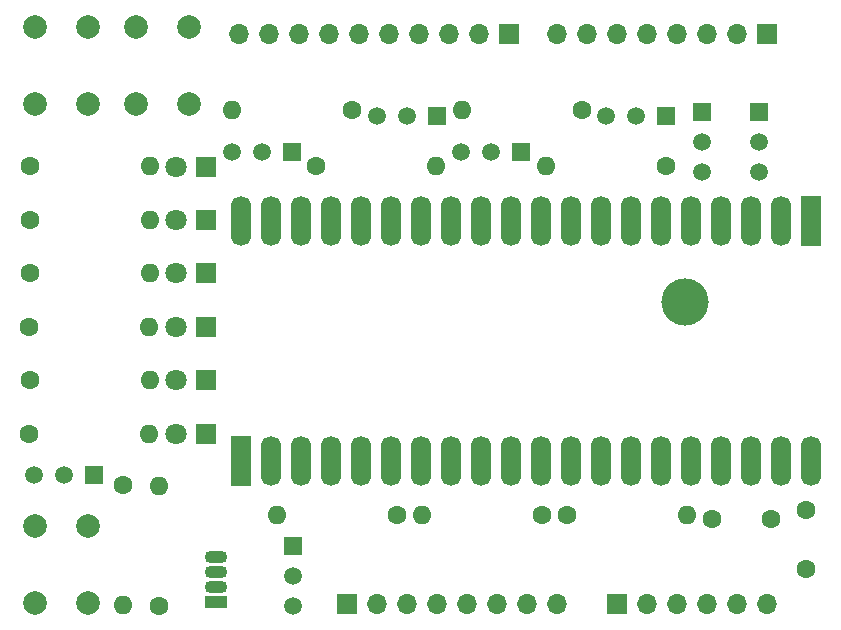
<source format=gbr>
%TF.GenerationSoftware,KiCad,Pcbnew,7.0.7*%
%TF.CreationDate,2023-09-11T15:50:09+02:00*%
%TF.ProjectId,Pico_Adapter,5069636f-5f41-4646-9170-7465722e6b69,V1.0*%
%TF.SameCoordinates,Original*%
%TF.FileFunction,Soldermask,Bot*%
%TF.FilePolarity,Negative*%
%FSLAX46Y46*%
G04 Gerber Fmt 4.6, Leading zero omitted, Abs format (unit mm)*
G04 Created by KiCad (PCBNEW 7.0.7) date 2023-09-11 15:50:09*
%MOMM*%
%LPD*%
G01*
G04 APERTURE LIST*
%ADD10R,1.900000X1.100000*%
%ADD11O,1.900000X1.100000*%
%ADD12R,1.500000X1.500000*%
%ADD13C,1.500000*%
%ADD14R,1.800000X1.800000*%
%ADD15C,1.800000*%
%ADD16R,1.700000X1.700000*%
%ADD17O,1.700000X1.700000*%
%ADD18C,1.600000*%
%ADD19O,1.600000X1.600000*%
%ADD20R,1.700000X4.240000*%
%ADD21C,1.700000*%
%ADD22O,1.700000X4.240000*%
%ADD23C,2.000000*%
%ADD24C,4.000000*%
G04 APERTURE END LIST*
D10*
%TO.C,P1*%
X95886000Y-155604400D03*
D11*
X95886000Y-154334400D03*
X95886000Y-153064400D03*
X95886000Y-151794400D03*
%TD*%
D12*
%TO.C,B1*%
X102433800Y-150825200D03*
D13*
X102433800Y-153365200D03*
X102433800Y-155905200D03*
%TD*%
D12*
%TO.C,Q5*%
X121768600Y-117504400D03*
D13*
X119228600Y-117504400D03*
X116688600Y-117504400D03*
%TD*%
D14*
%TO.C,P5*%
X95052800Y-127791400D03*
D15*
X92512800Y-127791400D03*
%TD*%
D16*
%TO.C,X5*%
X129869600Y-155769400D03*
D17*
X132409600Y-155769400D03*
X134949600Y-155769400D03*
X137489600Y-155769400D03*
X140029600Y-155769400D03*
X142569600Y-155769400D03*
%TD*%
D18*
%TO.C,R3*%
X123521200Y-148238400D03*
D19*
X113361200Y-148238400D03*
%TD*%
D12*
%TO.C,Q1*%
X85573600Y-144885600D03*
D13*
X83033600Y-144885600D03*
X80493600Y-144885600D03*
%TD*%
D18*
%TO.C,R13*%
X80138000Y-118723600D03*
D19*
X90298000Y-118723600D03*
%TD*%
D18*
%TO.C,R9*%
X91109800Y-155905200D03*
D19*
X91109800Y-145745200D03*
%TD*%
D16*
%TO.C,X2*%
X98018600Y-144931900D03*
D20*
X98018600Y-143661900D03*
D16*
X98018600Y-142391900D03*
D21*
X100558600Y-144931900D03*
D22*
X100558600Y-143661900D03*
D21*
X100558600Y-142391900D03*
X103098600Y-144931900D03*
D22*
X103098600Y-143661900D03*
D21*
X103098600Y-142391900D03*
X105638600Y-144931900D03*
D22*
X105638600Y-143661900D03*
D21*
X105638600Y-142391900D03*
X108178600Y-144931900D03*
D22*
X108178600Y-143661900D03*
D21*
X108178600Y-142391900D03*
X110718600Y-144931900D03*
D22*
X110718600Y-143661900D03*
D21*
X110718600Y-142391900D03*
X113258600Y-144931900D03*
D22*
X113258600Y-143661900D03*
D21*
X113258600Y-142391900D03*
X115798600Y-144931900D03*
D22*
X115798600Y-143661900D03*
D21*
X115798600Y-142391900D03*
X118338600Y-144931900D03*
D22*
X118338600Y-143661900D03*
D21*
X118338600Y-142391900D03*
X120878600Y-144931900D03*
D22*
X120878600Y-143661900D03*
D21*
X120878600Y-142391900D03*
X123418600Y-144931900D03*
D22*
X123418600Y-143661900D03*
D21*
X123418600Y-142391900D03*
X125958600Y-144931900D03*
D22*
X125958600Y-143661900D03*
D21*
X125958600Y-142391900D03*
X128498600Y-144931900D03*
D22*
X128498600Y-143661900D03*
D21*
X128498600Y-142391900D03*
X131038600Y-144931900D03*
D22*
X131038600Y-143661900D03*
D21*
X131038600Y-142391900D03*
X133578600Y-144931900D03*
D22*
X133578600Y-143661900D03*
D21*
X133578600Y-142391900D03*
X136118600Y-144931900D03*
D22*
X136118600Y-143661900D03*
D21*
X136118600Y-142391900D03*
X138658600Y-144931900D03*
D22*
X138658600Y-143661900D03*
D21*
X138658600Y-142391900D03*
X141198600Y-144931900D03*
D22*
X141198600Y-143661900D03*
D21*
X141198600Y-142391900D03*
X143738600Y-144931900D03*
D22*
X143738600Y-143661900D03*
D21*
X143738600Y-142391900D03*
X146278600Y-144931900D03*
D22*
X146278600Y-143661900D03*
D21*
X146278600Y-142391900D03*
%TD*%
D14*
%TO.C,P4*%
X95047800Y-132312600D03*
D15*
X92507800Y-132312600D03*
%TD*%
D14*
%TO.C,P6*%
X95052800Y-123270200D03*
D15*
X92512800Y-123270200D03*
%TD*%
D18*
%TO.C,C2*%
X145846800Y-152802600D03*
X145846800Y-147802600D03*
%TD*%
D23*
%TO.C,SW2*%
X89114800Y-113439200D03*
X89114800Y-106939200D03*
X93614800Y-113439200D03*
X93614800Y-106939200D03*
%TD*%
D18*
%TO.C,R14*%
X80133000Y-132312600D03*
D19*
X90293000Y-132312600D03*
%TD*%
D18*
%TO.C,R10*%
X80133000Y-141355000D03*
D19*
X90293000Y-141355000D03*
%TD*%
D18*
%TO.C,R11*%
X80138000Y-127791400D03*
D19*
X90298000Y-127791400D03*
%TD*%
D18*
%TO.C,R7*%
X111253000Y-148238400D03*
D19*
X101093000Y-148238400D03*
%TD*%
D18*
%TO.C,R2*%
X125654800Y-148238400D03*
D19*
X135814800Y-148238400D03*
%TD*%
D18*
%TO.C,R1*%
X107468400Y-113948400D03*
D19*
X97308400Y-113948400D03*
%TD*%
D14*
%TO.C,P7*%
X95052800Y-118749000D03*
D15*
X92512800Y-118749000D03*
%TD*%
D14*
%TO.C,P2*%
X95047800Y-141355000D03*
D15*
X92507800Y-141355000D03*
%TD*%
D16*
%TO.C,X6*%
X120727800Y-107518400D03*
D17*
X118187800Y-107518400D03*
X115647800Y-107518400D03*
X113107800Y-107518400D03*
X110567800Y-107518400D03*
X108027800Y-107518400D03*
X105487800Y-107518400D03*
X102947800Y-107518400D03*
X100407800Y-107518400D03*
X97867800Y-107518400D03*
%TD*%
D16*
%TO.C,X3*%
X107010600Y-155769400D03*
D17*
X109550600Y-155769400D03*
X112090600Y-155769400D03*
X114630600Y-155769400D03*
X117170600Y-155769400D03*
X119710600Y-155769400D03*
X122250600Y-155769400D03*
X124790600Y-155769400D03*
%TD*%
D24*
%TO.C,U1*%
X135648000Y-130202400D03*
%TD*%
D18*
%TO.C,R4*%
X134011400Y-118723600D03*
D19*
X123851400Y-118723600D03*
%TD*%
D12*
%TO.C,Q7*%
X102337600Y-117500000D03*
D13*
X99797600Y-117500000D03*
X97257600Y-117500000D03*
%TD*%
D23*
%TO.C,SW1*%
X85080400Y-149154000D03*
X85080400Y-155654000D03*
X80580400Y-149154000D03*
X80580400Y-155654000D03*
%TD*%
D18*
%TO.C,R12*%
X80138000Y-136833800D03*
D19*
X90298000Y-136833800D03*
%TD*%
D16*
%TO.C,X1*%
X146278600Y-122072400D03*
D20*
X146278600Y-123342400D03*
D16*
X146278600Y-124612400D03*
D21*
X143738600Y-122072400D03*
D22*
X143738600Y-123342400D03*
D21*
X143738600Y-124612400D03*
X141198600Y-122072400D03*
D22*
X141198600Y-123342400D03*
D21*
X141198600Y-124612400D03*
X138658600Y-122072400D03*
D22*
X138658600Y-123342400D03*
D21*
X138658600Y-124612400D03*
X136118600Y-122072400D03*
D22*
X136118600Y-123342400D03*
D21*
X136118600Y-124612400D03*
X133578600Y-122072400D03*
D22*
X133578600Y-123342400D03*
D21*
X133578600Y-124612400D03*
X131038600Y-122072400D03*
D22*
X131038600Y-123342400D03*
D21*
X131038600Y-124612400D03*
X128498600Y-122072400D03*
D22*
X128498600Y-123342400D03*
D21*
X128498600Y-124612400D03*
X125958600Y-122072400D03*
D22*
X125958600Y-123342400D03*
D21*
X125958600Y-124612400D03*
X123418600Y-122072400D03*
D22*
X123418600Y-123342400D03*
D21*
X123418600Y-124612400D03*
X120878600Y-122072400D03*
D22*
X120878600Y-123342400D03*
D21*
X120878600Y-124612400D03*
X118338600Y-122072400D03*
D22*
X118338600Y-123342400D03*
D21*
X118338600Y-124612400D03*
X115798600Y-122072400D03*
D22*
X115798600Y-123342400D03*
D21*
X115798600Y-124612400D03*
X113258600Y-122072400D03*
D22*
X113258600Y-123342400D03*
D21*
X113258600Y-124612400D03*
X110718600Y-122072400D03*
D22*
X110718600Y-123342400D03*
D21*
X110718600Y-124612400D03*
X108178600Y-122072400D03*
D22*
X108178600Y-123342400D03*
D21*
X108178600Y-124612400D03*
X105638600Y-122072400D03*
D22*
X105638600Y-123342400D03*
D21*
X105638600Y-124612400D03*
X103098600Y-122072400D03*
D22*
X103098600Y-123342400D03*
D21*
X103098600Y-124612400D03*
X100558600Y-122072400D03*
D22*
X100558600Y-123342400D03*
D21*
X100558600Y-124612400D03*
X98018600Y-122072400D03*
D22*
X98018600Y-123342400D03*
D21*
X98018600Y-124612400D03*
%TD*%
D18*
%TO.C,R6*%
X104420400Y-118723600D03*
D19*
X114580400Y-118723600D03*
%TD*%
D12*
%TO.C,Q4*%
X134062200Y-114452000D03*
D13*
X131522200Y-114452000D03*
X128982200Y-114452000D03*
%TD*%
D18*
%TO.C,R15*%
X80138000Y-123270200D03*
D19*
X90298000Y-123270200D03*
%TD*%
D18*
%TO.C,C1*%
X137922000Y-148590000D03*
X142922000Y-148590000D03*
%TD*%
D12*
%TO.C,Q6*%
X114656600Y-114456400D03*
D13*
X112116600Y-114456400D03*
X109576600Y-114456400D03*
%TD*%
D12*
%TO.C,Q3*%
X137110200Y-114151600D03*
D13*
X137110200Y-116691600D03*
X137110200Y-119231600D03*
%TD*%
D18*
%TO.C,R8*%
X88087200Y-145719800D03*
D19*
X88087200Y-155879800D03*
%TD*%
D16*
%TO.C,X4*%
X142569600Y-107518400D03*
D17*
X140029600Y-107518400D03*
X137489600Y-107518400D03*
X134949600Y-107518400D03*
X132409600Y-107518400D03*
X129869600Y-107518400D03*
X127329600Y-107518400D03*
X124789600Y-107518400D03*
%TD*%
D14*
%TO.C,P3*%
X95052800Y-136833800D03*
D15*
X92512800Y-136833800D03*
%TD*%
D23*
%TO.C,SW3*%
X80580400Y-113413800D03*
X80580400Y-106913800D03*
X85080400Y-113413800D03*
X85080400Y-106913800D03*
%TD*%
D18*
%TO.C,R5*%
X126899400Y-113948400D03*
D19*
X116739400Y-113948400D03*
%TD*%
D12*
%TO.C,Q2*%
X141885400Y-114151600D03*
D13*
X141885400Y-116691600D03*
X141885400Y-119231600D03*
%TD*%
M02*

</source>
